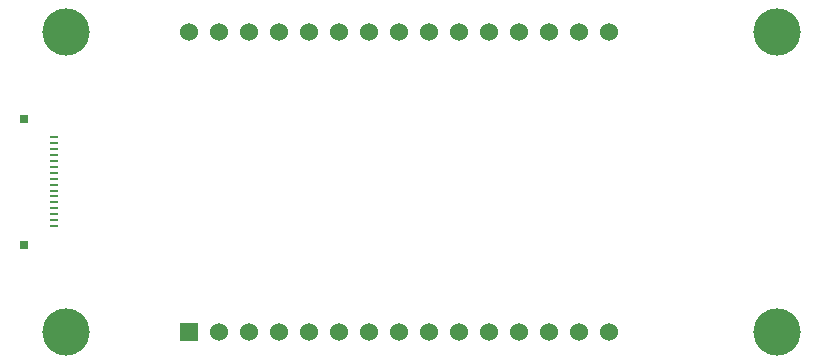
<source format=gbr>
G04 #@! TF.GenerationSoftware,KiCad,Pcbnew,(5.1.6)-1*
G04 #@! TF.CreationDate,2020-09-24T21:49:11+02:00*
G04 #@! TF.ProjectId,Brewnode_MCU_Adapter,42726577-6e6f-4646-955f-4d43555f4164,rev?*
G04 #@! TF.SameCoordinates,Original*
G04 #@! TF.FileFunction,Soldermask,Top*
G04 #@! TF.FilePolarity,Negative*
%FSLAX46Y46*%
G04 Gerber Fmt 4.6, Leading zero omitted, Abs format (unit mm)*
G04 Created by KiCad (PCBNEW (5.1.6)-1) date 2020-09-24 21:49:11*
%MOMM*%
%LPD*%
G01*
G04 APERTURE LIST*
%ADD10C,4.000000*%
%ADD11C,1.524000*%
%ADD12R,1.524000X1.524000*%
%ADD13R,0.800000X0.800000*%
%ADD14R,0.800000X0.250000*%
G04 APERTURE END LIST*
D10*
X181102000Y-110490000D03*
X120904000Y-110490000D03*
X120904000Y-85090000D03*
X181102000Y-85090000D03*
D11*
X131318000Y-85090000D03*
X133858000Y-85090000D03*
X136398000Y-85090000D03*
X138938000Y-85090000D03*
X141478000Y-85090000D03*
X144018000Y-85090000D03*
X146558000Y-85090000D03*
X149098000Y-85090000D03*
X151638000Y-85090000D03*
X154178000Y-85090000D03*
X156718000Y-85090000D03*
X159258000Y-85090000D03*
X161798000Y-85090000D03*
X164338000Y-85090000D03*
X166878000Y-85090000D03*
X166878000Y-110490000D03*
X164338000Y-110490000D03*
X161798000Y-110490000D03*
X159258000Y-110490000D03*
X156718000Y-110490000D03*
X154178000Y-110490000D03*
X151638000Y-110490000D03*
X149098000Y-110490000D03*
X146558000Y-110490000D03*
X144018000Y-110490000D03*
X141478000Y-110490000D03*
X138938000Y-110490000D03*
X136398000Y-110490000D03*
X133858000Y-110490000D03*
D12*
X131318000Y-110490000D03*
D13*
X117388000Y-103140000D03*
X117388000Y-92440000D03*
D14*
X119888000Y-101540000D03*
X119888000Y-101040000D03*
X119888000Y-100540000D03*
X119888000Y-100040000D03*
X119888000Y-99540000D03*
X119888000Y-99040000D03*
X119888000Y-98540000D03*
X119888000Y-98040000D03*
X119888000Y-97540000D03*
X119888000Y-97040000D03*
X119888000Y-96540000D03*
X119888000Y-96040000D03*
X119888000Y-95540000D03*
X119888000Y-95040000D03*
X119888000Y-94540000D03*
X119888000Y-94040000D03*
M02*

</source>
